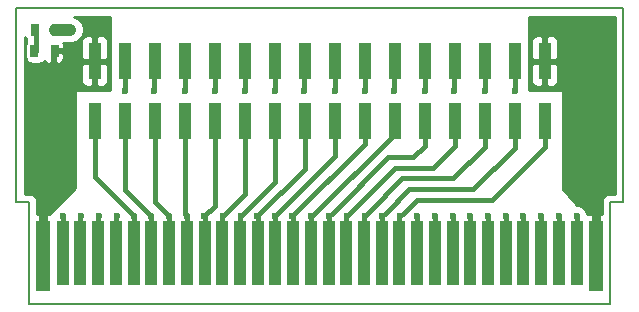
<source format=gbr>
G04 #@! TF.FileFunction,Copper,L1,Top,Signal*
%FSLAX46Y46*%
G04 Gerber Fmt 4.6, Leading zero omitted, Abs format (unit mm)*
G04 Created by KiCad (PCBNEW 4.0.7-e2-6376~60~ubuntu17.10.1) date Wed Jan 17 23:43:32 2018*
%MOMM*%
%LPD*%
G01*
G04 APERTURE LIST*
%ADD10C,0.100000*%
%ADD11C,0.150000*%
%ADD12R,1.300000X6.000000*%
%ADD13R,1.000000X5.500000*%
%ADD14R,0.670000X1.000000*%
%ADD15R,1.000000X3.150000*%
%ADD16C,0.600000*%
%ADD17C,1.000000*%
%ADD18C,0.800000*%
%ADD19C,1.000000*%
%ADD20C,0.400000*%
%ADD21C,0.254000*%
G04 APERTURE END LIST*
D10*
D11*
X74300000Y-75000000D02*
X125700000Y-75000000D01*
X74300000Y-91400000D02*
X74300000Y-75000000D01*
X75400000Y-91400000D02*
X74300000Y-91400000D01*
X75400000Y-100000000D02*
X75400000Y-91400000D01*
X125700000Y-91400000D02*
X125700000Y-75000000D01*
X124600000Y-91400000D02*
X125700000Y-91400000D01*
X124600000Y-100000000D02*
X124600000Y-91400000D01*
X75400000Y-100000000D02*
X124600000Y-100000000D01*
D12*
X123400000Y-96000000D03*
D13*
X121750000Y-95750000D03*
X120250000Y-95750000D03*
X118750000Y-95750000D03*
X117250000Y-95750000D03*
X115750000Y-95750000D03*
X114250000Y-95750000D03*
X112750000Y-95750000D03*
X111250000Y-95750000D03*
X109750000Y-95750000D03*
X108250000Y-95750000D03*
X106750000Y-95750000D03*
X105250000Y-95750000D03*
X103750000Y-95750000D03*
X102250000Y-95750000D03*
X100750000Y-95750000D03*
X99250000Y-95750000D03*
X97750000Y-95750000D03*
X96250000Y-95750000D03*
X94750000Y-95750000D03*
X93250000Y-95750000D03*
X91750000Y-95750000D03*
X90250000Y-95750000D03*
X88750000Y-95750000D03*
X87250000Y-95750000D03*
X85750000Y-95750000D03*
X84250000Y-95750000D03*
X82750000Y-95750000D03*
X81250000Y-95750000D03*
X79750000Y-95750000D03*
D12*
X76600000Y-96000000D03*
D13*
X78250000Y-95750000D03*
D14*
X77675000Y-76800000D03*
X75925000Y-76800000D03*
D15*
X80950000Y-84525000D03*
X80950000Y-79475000D03*
X83490000Y-84525000D03*
X83490000Y-79475000D03*
X86030000Y-84525000D03*
X86030000Y-79475000D03*
X88570000Y-84525000D03*
X88570000Y-79475000D03*
X91110000Y-84525000D03*
X91110000Y-79475000D03*
X93650000Y-84525000D03*
X93650000Y-79475000D03*
X96190000Y-84525000D03*
X96190000Y-79475000D03*
X98730000Y-84525000D03*
X98730000Y-79475000D03*
X101270000Y-84525000D03*
X101270000Y-79475000D03*
X103810000Y-84525000D03*
X103810000Y-79475000D03*
X106350000Y-84525000D03*
X106350000Y-79475000D03*
X108890000Y-84525000D03*
X108890000Y-79475000D03*
X111430000Y-84525000D03*
X111430000Y-79475000D03*
X113970000Y-84525000D03*
X113970000Y-79475000D03*
X116510000Y-84525000D03*
X116510000Y-79475000D03*
X119050000Y-84525000D03*
X119050000Y-79475000D03*
D14*
X77575000Y-78600000D03*
X75825000Y-78600000D03*
D16*
X76600000Y-92600000D03*
D17*
X78900000Y-76800000D03*
D16*
X123400000Y-92600000D03*
X86000000Y-82000000D03*
X79800000Y-92600000D03*
X88600000Y-82000000D03*
X81300000Y-92600000D03*
X91100000Y-82000000D03*
X82800000Y-92600000D03*
X114000000Y-82000000D03*
X120250000Y-92600000D03*
X84300000Y-92600000D03*
X83500000Y-82000000D03*
X78300000Y-92600000D03*
X85700000Y-92600000D03*
X87250000Y-92600000D03*
X88800000Y-92600000D03*
X90200000Y-92600000D03*
X93700000Y-82000000D03*
X108250000Y-92600000D03*
X91800000Y-92600000D03*
X96200000Y-82000000D03*
X109750000Y-92600000D03*
X93300000Y-92600000D03*
X98700000Y-82000000D03*
X111250000Y-92600000D03*
X94700000Y-92600000D03*
X101300000Y-82000000D03*
X112750000Y-92600000D03*
X96200000Y-92600000D03*
X103800000Y-82000000D03*
X114250000Y-92600000D03*
X97700000Y-92600000D03*
X106300000Y-82000000D03*
X115750000Y-92600000D03*
X99300000Y-92600000D03*
X108900000Y-82000000D03*
X117250000Y-92600000D03*
X100800000Y-92600000D03*
X111400000Y-82000000D03*
X118750000Y-92600000D03*
X102300000Y-92600000D03*
X103800000Y-92600000D03*
X116500000Y-82000000D03*
X121750000Y-92600000D03*
X105300000Y-92600000D03*
X106800000Y-92600000D03*
D18*
X76600000Y-92600000D02*
X76600000Y-91500000D01*
X76600000Y-95750000D02*
X76600000Y-92600000D01*
D19*
X77600000Y-76800000D02*
X78900000Y-76800000D01*
D18*
X123400000Y-96000000D02*
X123400000Y-92600000D01*
D20*
X75950000Y-78600000D02*
X75950000Y-76850000D01*
X75950000Y-76850000D02*
X76000000Y-76800000D01*
X86000000Y-82000000D02*
X86000000Y-79505000D01*
X86000000Y-79505000D02*
X86030000Y-79475000D01*
X79750000Y-95750000D02*
X79750000Y-92650000D01*
X79750000Y-92650000D02*
X79800000Y-92600000D01*
X88600000Y-82000000D02*
X88600000Y-79505000D01*
X88600000Y-79505000D02*
X88570000Y-79475000D01*
X81250000Y-95750000D02*
X81250000Y-92650000D01*
X81250000Y-92650000D02*
X81300000Y-92600000D01*
X91100000Y-82000000D02*
X91100000Y-79485000D01*
X91100000Y-79485000D02*
X91110000Y-79475000D01*
X82750000Y-95750000D02*
X82750000Y-92650000D01*
X82750000Y-92650000D02*
X82800000Y-92600000D01*
X114000000Y-82000000D02*
X114000000Y-79505000D01*
X114000000Y-79505000D02*
X113970000Y-79475000D01*
X120250000Y-92600000D02*
X120250000Y-95750000D01*
X80950000Y-84525000D02*
X80950000Y-89250000D01*
X80950000Y-89250000D02*
X84300000Y-92600000D01*
X84250000Y-95750000D02*
X84250000Y-92650000D01*
X84250000Y-92650000D02*
X84300000Y-92600000D01*
X83490000Y-81990000D02*
X83500000Y-82000000D01*
X83490000Y-79475000D02*
X83490000Y-81990000D01*
X83500000Y-79485000D02*
X83500000Y-82000000D01*
X78250000Y-95750000D02*
X78250000Y-92650000D01*
X78250000Y-92650000D02*
X78300000Y-92600000D01*
X83490000Y-84525000D02*
X83490000Y-90390000D01*
X83490000Y-90390000D02*
X85700000Y-92600000D01*
X85750000Y-95750000D02*
X85750000Y-92650000D01*
X85750000Y-92650000D02*
X85700000Y-92600000D01*
X86030000Y-84525000D02*
X86030000Y-91380000D01*
X86030000Y-91380000D02*
X87250000Y-92600000D01*
X87250000Y-95750000D02*
X87250000Y-92600000D01*
X88570000Y-84525000D02*
X88570000Y-92370000D01*
X88570000Y-92370000D02*
X88800000Y-92600000D01*
X88750000Y-95750000D02*
X88750000Y-92650000D01*
X88750000Y-92650000D02*
X88800000Y-92600000D01*
X91110000Y-84525000D02*
X91110000Y-91690000D01*
X91110000Y-91690000D02*
X90200000Y-92600000D01*
X90250000Y-95750000D02*
X90250000Y-92650000D01*
X90250000Y-92650000D02*
X90200000Y-92600000D01*
X93700000Y-82000000D02*
X93700000Y-79525000D01*
X93700000Y-79525000D02*
X93650000Y-79475000D01*
X108250000Y-92600000D02*
X108250000Y-95750000D01*
X93650000Y-84525000D02*
X93650000Y-90750000D01*
X93650000Y-90750000D02*
X91800000Y-92600000D01*
X91750000Y-95750000D02*
X91750000Y-92650000D01*
X91750000Y-92650000D02*
X91800000Y-92600000D01*
X96200000Y-82000000D02*
X96200000Y-79485000D01*
X96200000Y-79485000D02*
X96190000Y-79475000D01*
X109750000Y-92600000D02*
X109750000Y-95750000D01*
X96190000Y-84525000D02*
X96190000Y-89710000D01*
X96190000Y-89710000D02*
X93300000Y-92600000D01*
X93250000Y-95750000D02*
X93250000Y-92650000D01*
X93250000Y-92650000D02*
X93300000Y-92600000D01*
X98700000Y-82000000D02*
X98700000Y-79505000D01*
X98700000Y-79505000D02*
X98730000Y-79475000D01*
X111250000Y-92600000D02*
X111250000Y-95750000D01*
X98730000Y-84525000D02*
X98730000Y-88570000D01*
X98730000Y-88570000D02*
X94700000Y-92600000D01*
X94750000Y-95750000D02*
X94750000Y-92650000D01*
X94750000Y-92650000D02*
X94700000Y-92600000D01*
X101300000Y-82000000D02*
X101300000Y-79505000D01*
X101300000Y-79505000D02*
X101270000Y-79475000D01*
X112750000Y-92600000D02*
X112750000Y-95750000D01*
X101270000Y-84525000D02*
X101270000Y-87530000D01*
X101270000Y-87530000D02*
X96200000Y-92600000D01*
X96250000Y-95750000D02*
X96250000Y-92650000D01*
X96250000Y-92650000D02*
X96200000Y-92600000D01*
X103800000Y-82000000D02*
X103800000Y-79485000D01*
X103800000Y-79485000D02*
X103810000Y-79475000D01*
X114250000Y-92600000D02*
X114250000Y-95750000D01*
X103810000Y-84525000D02*
X103810000Y-86490000D01*
X103810000Y-86490000D02*
X97700000Y-92600000D01*
X97750000Y-95750000D02*
X97750000Y-92650000D01*
X97750000Y-92650000D02*
X97700000Y-92600000D01*
X106300000Y-82000000D02*
X106300000Y-79525000D01*
X106300000Y-79525000D02*
X106350000Y-79475000D01*
X115750000Y-92600000D02*
X115750000Y-95750000D01*
X106350000Y-84525000D02*
X106350000Y-85600000D01*
X106350000Y-85600000D02*
X99350000Y-92600000D01*
X99350000Y-92600000D02*
X99300000Y-92600000D01*
X99250000Y-95750000D02*
X99250000Y-92650000D01*
X99250000Y-92650000D02*
X99300000Y-92600000D01*
X108900000Y-82000000D02*
X108900000Y-79485000D01*
X108900000Y-79485000D02*
X108890000Y-79475000D01*
X117250000Y-92600000D02*
X117250000Y-95750000D01*
X108890000Y-84525000D02*
X108890000Y-86610000D01*
X108890000Y-86610000D02*
X107900000Y-87600000D01*
X107900000Y-87600000D02*
X105800000Y-87600000D01*
X105800000Y-87600000D02*
X101099999Y-92300001D01*
X101099999Y-92300001D02*
X100800000Y-92600000D01*
X100750000Y-95750000D02*
X100750000Y-92650000D01*
X100750000Y-92650000D02*
X100800000Y-92600000D01*
X111400000Y-82000000D02*
X111400000Y-79505000D01*
X111400000Y-79505000D02*
X111430000Y-79475000D01*
X118750000Y-92600000D02*
X118750000Y-95750000D01*
X111430000Y-84525000D02*
X111430000Y-86670000D01*
X111430000Y-86670000D02*
X109600000Y-88500000D01*
X109600000Y-88500000D02*
X106400000Y-88500000D01*
X106400000Y-88500000D02*
X102599999Y-92300001D01*
X102599999Y-92300001D02*
X102300000Y-92600000D01*
X102250000Y-95750000D02*
X102250000Y-92650000D01*
X102250000Y-92650000D02*
X102300000Y-92600000D01*
X113970000Y-84525000D02*
X113970000Y-86730000D01*
X104099999Y-92300001D02*
X103800000Y-92600000D01*
X113970000Y-86730000D02*
X111300000Y-89400000D01*
X111300000Y-89400000D02*
X107000000Y-89400000D01*
X107000000Y-89400000D02*
X104099999Y-92300001D01*
X103750000Y-95750000D02*
X103750000Y-92650000D01*
X103750000Y-92650000D02*
X103800000Y-92600000D01*
X116500000Y-82000000D02*
X116500000Y-79485000D01*
X116500000Y-79485000D02*
X116510000Y-79475000D01*
X121750000Y-92600000D02*
X121750000Y-95750000D01*
X116510000Y-84525000D02*
X116510000Y-86790000D01*
X116510000Y-86790000D02*
X113000000Y-90300000D01*
X105599999Y-92300001D02*
X105300000Y-92600000D01*
X113000000Y-90300000D02*
X107600000Y-90300000D01*
X107600000Y-90300000D02*
X105599999Y-92300001D01*
X105250000Y-95750000D02*
X105250000Y-92650000D01*
X105250000Y-92650000D02*
X105300000Y-92600000D01*
X119050000Y-84525000D02*
X119050000Y-86750000D01*
X119050000Y-86750000D02*
X114600000Y-91200000D01*
X114600000Y-91200000D02*
X108200000Y-91200000D01*
X108200000Y-91200000D02*
X107099999Y-92300001D01*
X107099999Y-92300001D02*
X106800000Y-92600000D01*
X106750000Y-95750000D02*
X106750000Y-92650000D01*
X106750000Y-92650000D02*
X106800000Y-92600000D01*
D21*
G36*
X82273000Y-81873000D02*
X79400000Y-81873000D01*
X79350590Y-81883006D01*
X79308965Y-81911447D01*
X79281685Y-81953841D01*
X79273000Y-82000000D01*
X79273000Y-90247394D01*
X77210197Y-92310197D01*
X77182334Y-92352211D01*
X77179836Y-92365000D01*
X76885750Y-92365000D01*
X76727000Y-92523750D01*
X76727000Y-95873000D01*
X76747000Y-95873000D01*
X76747000Y-96127000D01*
X76727000Y-96127000D01*
X76727000Y-96147000D01*
X76473000Y-96147000D01*
X76473000Y-96127000D01*
X76453000Y-96127000D01*
X76453000Y-95873000D01*
X76473000Y-95873000D01*
X76473000Y-92523750D01*
X76314250Y-92365000D01*
X76110000Y-92365000D01*
X76110000Y-91400000D01*
X76055954Y-91128295D01*
X75902046Y-90897954D01*
X75671705Y-90744046D01*
X75400000Y-90690000D01*
X75010000Y-90690000D01*
X75010000Y-79760750D01*
X79815000Y-79760750D01*
X79815000Y-81176309D01*
X79911673Y-81409698D01*
X80090301Y-81588327D01*
X80323690Y-81685000D01*
X80664250Y-81685000D01*
X80823000Y-81526250D01*
X80823000Y-79602000D01*
X81077000Y-79602000D01*
X81077000Y-81526250D01*
X81235750Y-81685000D01*
X81576310Y-81685000D01*
X81809699Y-81588327D01*
X81988327Y-81409698D01*
X82085000Y-81176309D01*
X82085000Y-79760750D01*
X81926250Y-79602000D01*
X81077000Y-79602000D01*
X80823000Y-79602000D01*
X79973750Y-79602000D01*
X79815000Y-79760750D01*
X75010000Y-79760750D01*
X75010000Y-77455771D01*
X75115000Y-77618946D01*
X75115000Y-77881380D01*
X75103569Y-77898110D01*
X75052560Y-78150000D01*
X75052560Y-79050000D01*
X75096838Y-79285317D01*
X75235910Y-79501441D01*
X75448110Y-79646431D01*
X75700000Y-79697440D01*
X76200000Y-79697440D01*
X76435317Y-79653162D01*
X76651441Y-79514090D01*
X76697969Y-79445994D01*
X76840302Y-79588327D01*
X77073691Y-79685000D01*
X77166250Y-79685000D01*
X77325000Y-79526250D01*
X77325000Y-78727000D01*
X77575000Y-78727000D01*
X77575000Y-79526250D01*
X77733750Y-79685000D01*
X77826309Y-79685000D01*
X78059698Y-79588327D01*
X78238327Y-79409699D01*
X78335000Y-79176310D01*
X78335000Y-78885750D01*
X78176250Y-78727000D01*
X77575000Y-78727000D01*
X77325000Y-78727000D01*
X77303000Y-78727000D01*
X77303000Y-78473000D01*
X77325000Y-78473000D01*
X77325000Y-78453000D01*
X77575000Y-78453000D01*
X77575000Y-78473000D01*
X78176250Y-78473000D01*
X78335000Y-78314250D01*
X78335000Y-78023690D01*
X78298263Y-77935000D01*
X78899009Y-77935000D01*
X79124775Y-77935197D01*
X79515647Y-77773691D01*
X79815000Y-77773691D01*
X79815000Y-79189250D01*
X79973750Y-79348000D01*
X80823000Y-79348000D01*
X80823000Y-77423750D01*
X81077000Y-77423750D01*
X81077000Y-79348000D01*
X81926250Y-79348000D01*
X82085000Y-79189250D01*
X82085000Y-77773691D01*
X81988327Y-77540302D01*
X81809699Y-77361673D01*
X81576310Y-77265000D01*
X81235750Y-77265000D01*
X81077000Y-77423750D01*
X80823000Y-77423750D01*
X80664250Y-77265000D01*
X80323690Y-77265000D01*
X80090301Y-77361673D01*
X79911673Y-77540302D01*
X79815000Y-77773691D01*
X79515647Y-77773691D01*
X79542086Y-77762767D01*
X79861645Y-77443765D01*
X80034803Y-77026756D01*
X80035197Y-76575225D01*
X79862767Y-76157914D01*
X79543765Y-75838355D01*
X79234653Y-75710000D01*
X82273000Y-75710000D01*
X82273000Y-81873000D01*
X82273000Y-81873000D01*
G37*
X82273000Y-81873000D02*
X79400000Y-81873000D01*
X79350590Y-81883006D01*
X79308965Y-81911447D01*
X79281685Y-81953841D01*
X79273000Y-82000000D01*
X79273000Y-90247394D01*
X77210197Y-92310197D01*
X77182334Y-92352211D01*
X77179836Y-92365000D01*
X76885750Y-92365000D01*
X76727000Y-92523750D01*
X76727000Y-95873000D01*
X76747000Y-95873000D01*
X76747000Y-96127000D01*
X76727000Y-96127000D01*
X76727000Y-96147000D01*
X76473000Y-96147000D01*
X76473000Y-96127000D01*
X76453000Y-96127000D01*
X76453000Y-95873000D01*
X76473000Y-95873000D01*
X76473000Y-92523750D01*
X76314250Y-92365000D01*
X76110000Y-92365000D01*
X76110000Y-91400000D01*
X76055954Y-91128295D01*
X75902046Y-90897954D01*
X75671705Y-90744046D01*
X75400000Y-90690000D01*
X75010000Y-90690000D01*
X75010000Y-79760750D01*
X79815000Y-79760750D01*
X79815000Y-81176309D01*
X79911673Y-81409698D01*
X80090301Y-81588327D01*
X80323690Y-81685000D01*
X80664250Y-81685000D01*
X80823000Y-81526250D01*
X80823000Y-79602000D01*
X81077000Y-79602000D01*
X81077000Y-81526250D01*
X81235750Y-81685000D01*
X81576310Y-81685000D01*
X81809699Y-81588327D01*
X81988327Y-81409698D01*
X82085000Y-81176309D01*
X82085000Y-79760750D01*
X81926250Y-79602000D01*
X81077000Y-79602000D01*
X80823000Y-79602000D01*
X79973750Y-79602000D01*
X79815000Y-79760750D01*
X75010000Y-79760750D01*
X75010000Y-77455771D01*
X75115000Y-77618946D01*
X75115000Y-77881380D01*
X75103569Y-77898110D01*
X75052560Y-78150000D01*
X75052560Y-79050000D01*
X75096838Y-79285317D01*
X75235910Y-79501441D01*
X75448110Y-79646431D01*
X75700000Y-79697440D01*
X76200000Y-79697440D01*
X76435317Y-79653162D01*
X76651441Y-79514090D01*
X76697969Y-79445994D01*
X76840302Y-79588327D01*
X77073691Y-79685000D01*
X77166250Y-79685000D01*
X77325000Y-79526250D01*
X77325000Y-78727000D01*
X77575000Y-78727000D01*
X77575000Y-79526250D01*
X77733750Y-79685000D01*
X77826309Y-79685000D01*
X78059698Y-79588327D01*
X78238327Y-79409699D01*
X78335000Y-79176310D01*
X78335000Y-78885750D01*
X78176250Y-78727000D01*
X77575000Y-78727000D01*
X77325000Y-78727000D01*
X77303000Y-78727000D01*
X77303000Y-78473000D01*
X77325000Y-78473000D01*
X77325000Y-78453000D01*
X77575000Y-78453000D01*
X77575000Y-78473000D01*
X78176250Y-78473000D01*
X78335000Y-78314250D01*
X78335000Y-78023690D01*
X78298263Y-77935000D01*
X78899009Y-77935000D01*
X79124775Y-77935197D01*
X79515647Y-77773691D01*
X79815000Y-77773691D01*
X79815000Y-79189250D01*
X79973750Y-79348000D01*
X80823000Y-79348000D01*
X80823000Y-77423750D01*
X81077000Y-77423750D01*
X81077000Y-79348000D01*
X81926250Y-79348000D01*
X82085000Y-79189250D01*
X82085000Y-77773691D01*
X81988327Y-77540302D01*
X81809699Y-77361673D01*
X81576310Y-77265000D01*
X81235750Y-77265000D01*
X81077000Y-77423750D01*
X80823000Y-77423750D01*
X80664250Y-77265000D01*
X80323690Y-77265000D01*
X80090301Y-77361673D01*
X79911673Y-77540302D01*
X79815000Y-77773691D01*
X79515647Y-77773691D01*
X79542086Y-77762767D01*
X79861645Y-77443765D01*
X80034803Y-77026756D01*
X80035197Y-76575225D01*
X79862767Y-76157914D01*
X79543765Y-75838355D01*
X79234653Y-75710000D01*
X82273000Y-75710000D01*
X82273000Y-81873000D01*
G36*
X124990000Y-90690000D02*
X124600000Y-90690000D01*
X124328295Y-90744046D01*
X124097954Y-90897954D01*
X123944046Y-91128295D01*
X123890000Y-91400000D01*
X123890000Y-92365000D01*
X123685750Y-92365000D01*
X123527000Y-92523750D01*
X123527000Y-95873000D01*
X123547000Y-95873000D01*
X123547000Y-96127000D01*
X123527000Y-96127000D01*
X123527000Y-96147000D01*
X123273000Y-96147000D01*
X123273000Y-96127000D01*
X123253000Y-96127000D01*
X123253000Y-95873000D01*
X123273000Y-95873000D01*
X123273000Y-92523750D01*
X123114250Y-92365000D01*
X122664571Y-92365000D01*
X122543117Y-92071057D01*
X122280327Y-91807808D01*
X121936799Y-91665162D01*
X121765762Y-91665013D01*
X120627000Y-90255117D01*
X120627000Y-82000000D01*
X120616994Y-81950590D01*
X120588553Y-81908965D01*
X120546159Y-81881685D01*
X120500000Y-81873000D01*
X117727000Y-81873000D01*
X117727000Y-79760750D01*
X117915000Y-79760750D01*
X117915000Y-81176309D01*
X118011673Y-81409698D01*
X118190301Y-81588327D01*
X118423690Y-81685000D01*
X118764250Y-81685000D01*
X118923000Y-81526250D01*
X118923000Y-79602000D01*
X119177000Y-79602000D01*
X119177000Y-81526250D01*
X119335750Y-81685000D01*
X119676310Y-81685000D01*
X119909699Y-81588327D01*
X120088327Y-81409698D01*
X120185000Y-81176309D01*
X120185000Y-79760750D01*
X120026250Y-79602000D01*
X119177000Y-79602000D01*
X118923000Y-79602000D01*
X118073750Y-79602000D01*
X117915000Y-79760750D01*
X117727000Y-79760750D01*
X117727000Y-77773691D01*
X117915000Y-77773691D01*
X117915000Y-79189250D01*
X118073750Y-79348000D01*
X118923000Y-79348000D01*
X118923000Y-77423750D01*
X119177000Y-77423750D01*
X119177000Y-79348000D01*
X120026250Y-79348000D01*
X120185000Y-79189250D01*
X120185000Y-77773691D01*
X120088327Y-77540302D01*
X119909699Y-77361673D01*
X119676310Y-77265000D01*
X119335750Y-77265000D01*
X119177000Y-77423750D01*
X118923000Y-77423750D01*
X118764250Y-77265000D01*
X118423690Y-77265000D01*
X118190301Y-77361673D01*
X118011673Y-77540302D01*
X117915000Y-77773691D01*
X117727000Y-77773691D01*
X117727000Y-75710000D01*
X124990000Y-75710000D01*
X124990000Y-90690000D01*
X124990000Y-90690000D01*
G37*
X124990000Y-90690000D02*
X124600000Y-90690000D01*
X124328295Y-90744046D01*
X124097954Y-90897954D01*
X123944046Y-91128295D01*
X123890000Y-91400000D01*
X123890000Y-92365000D01*
X123685750Y-92365000D01*
X123527000Y-92523750D01*
X123527000Y-95873000D01*
X123547000Y-95873000D01*
X123547000Y-96127000D01*
X123527000Y-96127000D01*
X123527000Y-96147000D01*
X123273000Y-96147000D01*
X123273000Y-96127000D01*
X123253000Y-96127000D01*
X123253000Y-95873000D01*
X123273000Y-95873000D01*
X123273000Y-92523750D01*
X123114250Y-92365000D01*
X122664571Y-92365000D01*
X122543117Y-92071057D01*
X122280327Y-91807808D01*
X121936799Y-91665162D01*
X121765762Y-91665013D01*
X120627000Y-90255117D01*
X120627000Y-82000000D01*
X120616994Y-81950590D01*
X120588553Y-81908965D01*
X120546159Y-81881685D01*
X120500000Y-81873000D01*
X117727000Y-81873000D01*
X117727000Y-79760750D01*
X117915000Y-79760750D01*
X117915000Y-81176309D01*
X118011673Y-81409698D01*
X118190301Y-81588327D01*
X118423690Y-81685000D01*
X118764250Y-81685000D01*
X118923000Y-81526250D01*
X118923000Y-79602000D01*
X119177000Y-79602000D01*
X119177000Y-81526250D01*
X119335750Y-81685000D01*
X119676310Y-81685000D01*
X119909699Y-81588327D01*
X120088327Y-81409698D01*
X120185000Y-81176309D01*
X120185000Y-79760750D01*
X120026250Y-79602000D01*
X119177000Y-79602000D01*
X118923000Y-79602000D01*
X118073750Y-79602000D01*
X117915000Y-79760750D01*
X117727000Y-79760750D01*
X117727000Y-77773691D01*
X117915000Y-77773691D01*
X117915000Y-79189250D01*
X118073750Y-79348000D01*
X118923000Y-79348000D01*
X118923000Y-77423750D01*
X119177000Y-77423750D01*
X119177000Y-79348000D01*
X120026250Y-79348000D01*
X120185000Y-79189250D01*
X120185000Y-77773691D01*
X120088327Y-77540302D01*
X119909699Y-77361673D01*
X119676310Y-77265000D01*
X119335750Y-77265000D01*
X119177000Y-77423750D01*
X118923000Y-77423750D01*
X118764250Y-77265000D01*
X118423690Y-77265000D01*
X118190301Y-77361673D01*
X118011673Y-77540302D01*
X117915000Y-77773691D01*
X117727000Y-77773691D01*
X117727000Y-75710000D01*
X124990000Y-75710000D01*
X124990000Y-90690000D01*
M02*

</source>
